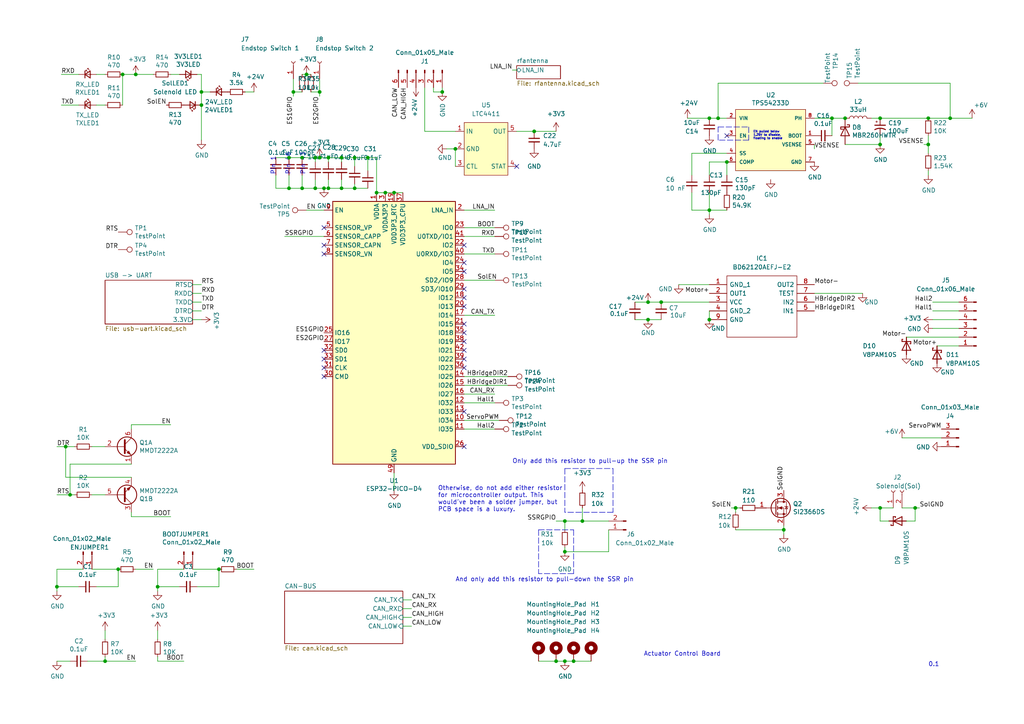
<source format=kicad_sch>
(kicad_sch (version 20211123) (generator eeschema)
  (paper "A4")
  (junction (at 132.08 43.18))
  (junction (at 39.37 21.59))
  (junction (at 265.43 147.32))
  (junction (at 95.25 45.72))
  (junction (at 255.27 34.29))
  (junction (at 275.59 34.29))
  (junction (at 241.3 34.29))
  (junction (at 187.96 87.63))
  (junction (at 58.42 30.48))
  (junction (at 20.32 143.51))
  (junction (at 63.5 165.1))
  (junction (at 58.42 26.67))
  (junction (at 269.24 41.91))
  (junction (at 34.29 165.1))
  (junction (at 245.11 34.29))
  (junction (at 30.48 191.77))
  (junction (at 91.44 45.72))
  (junction (at 205.74 60.96))
  (junction (at 88.9 21.59))
  (junction (at 255.27 41.91))
  (junction (at 187.96 92.71))
  (junction (at 163.83 160.02))
  (junction (at 99.06 45.72))
  (junction (at 205.74 92.71))
  (junction (at 205.74 34.29))
  (junction (at 269.24 34.29))
  (junction (at 255.27 147.32))
  (junction (at 95.25 54.61))
  (junction (at 114.3 55.88))
  (junction (at 102.87 45.72))
  (junction (at 87.63 45.72))
  (junction (at 91.44 54.61))
  (junction (at 93.98 54.61))
  (junction (at 45.72 170.18))
  (junction (at 87.63 54.61))
  (junction (at 35.56 21.59))
  (junction (at 163.83 151.13))
  (junction (at 168.91 151.13))
  (junction (at 106.68 45.72))
  (junction (at 154.94 38.1))
  (junction (at 227.33 153.67))
  (junction (at 83.82 45.72))
  (junction (at 166.37 191.77))
  (junction (at 102.87 54.61))
  (junction (at 16.51 170.18))
  (junction (at 92.71 26.67))
  (junction (at 92.71 45.72))
  (junction (at 109.22 55.88))
  (junction (at 19.05 129.54))
  (junction (at 83.82 54.61))
  (junction (at 163.83 191.77))
  (junction (at 161.29 191.77))
  (junction (at 191.77 87.63))
  (junction (at 85.09 26.67))
  (junction (at 128.27 26.67))
  (junction (at 111.76 55.88))
  (junction (at 99.06 54.61))
  (junction (at 213.36 147.32))
  (junction (at 208.28 34.29))
  (junction (at 210.82 46.99))
  (no_connect (at 134.62 78.74))
  (no_connect (at 134.62 83.82))
  (no_connect (at 134.62 119.38))
  (no_connect (at 134.62 99.06))
  (no_connect (at 134.62 96.52))
  (no_connect (at 93.98 66.04))
  (no_connect (at 210.82 39.37))
  (no_connect (at 93.98 104.14))
  (no_connect (at 134.62 76.2))
  (no_connect (at 134.62 93.98))
  (no_connect (at 134.62 129.54))
  (no_connect (at 134.62 88.9))
  (no_connect (at 134.62 71.12))
  (no_connect (at 93.98 106.68))
  (no_connect (at 134.62 86.36))
  (no_connect (at 93.98 109.22))
  (no_connect (at 93.98 101.6))
  (no_connect (at 93.98 71.12))
  (no_connect (at 93.98 73.66))
  (no_connect (at 134.62 104.14))
  (no_connect (at 149.86 48.26))
  (no_connect (at 134.62 101.6))
  (no_connect (at 134.62 106.68))
  (wire (pts (xy 91.44 54.61) (xy 93.98 54.61)))
  (wire (pts (xy 30.48 191.77) (xy 30.48 190.5)))
  (wire (pts (xy 168.91 151.13) (xy 176.53 151.13)))
  (wire (pts (xy 109.22 55.88) (xy 111.76 55.88)))
  (wire (pts (xy 106.68 45.72) (xy 109.22 45.72)))
  (wire (pts (xy 17.78 21.59) (xy 22.86 21.59)))
  (wire (pts (xy 200.66 60.96) (xy 205.74 60.96)))
  (wire (pts (xy 58.42 26.67) (xy 58.42 30.48)))
  (wire (pts (xy 63.5 170.18) (xy 63.5 165.1)))
  (wire (pts (xy 38.1 148.59) (xy 38.1 149.86)))
  (polyline (pts (xy 163.83 135.89) (xy 163.83 148.59)))
  (wire (pts (xy 261.62 147.32) (xy 265.43 147.32)))
  (wire (pts (xy 255.27 34.29) (xy 269.24 34.29)))
  (wire (pts (xy 60.96 26.67) (xy 58.42 26.67)))
  (wire (pts (xy 20.32 143.51) (xy 16.51 143.51)))
  (wire (pts (xy 16.51 191.77) (xy 20.32 191.77)))
  (wire (pts (xy 163.83 151.13) (xy 168.91 151.13)))
  (wire (pts (xy 241.3 39.37) (xy 241.3 34.29)))
  (wire (pts (xy 187.96 92.71) (xy 191.77 92.71)))
  (wire (pts (xy 116.84 173.99) (xy 119.38 173.99)))
  (wire (pts (xy 102.87 45.72) (xy 102.87 48.26)))
  (wire (pts (xy 128.27 25.4) (xy 128.27 26.67)))
  (wire (pts (xy 95.25 54.61) (xy 99.06 54.61)))
  (wire (pts (xy 210.82 46.99) (xy 210.82 50.8)))
  (wire (pts (xy 38.1 124.46) (xy 38.1 123.19)))
  (wire (pts (xy 45.72 165.1) (xy 53.34 165.1)))
  (wire (pts (xy 111.76 55.88) (xy 114.3 55.88)))
  (wire (pts (xy 125.73 26.67) (xy 128.27 26.67)))
  (wire (pts (xy 95.25 45.72) (xy 99.06 45.72)))
  (wire (pts (xy 149.86 20.32) (xy 148.59 20.32)))
  (wire (pts (xy 58.42 21.59) (xy 57.15 21.59)))
  (polyline (pts (xy 177.8 135.89) (xy 177.8 148.59)))
  (wire (pts (xy 269.24 34.29) (xy 275.59 34.29)))
  (wire (pts (xy 19.05 129.54) (xy 16.51 129.54)))
  (wire (pts (xy 55.88 82.55) (xy 58.42 82.55)))
  (wire (pts (xy 21.59 143.51) (xy 20.32 143.51)))
  (wire (pts (xy 205.74 46.99) (xy 205.74 50.8)))
  (wire (pts (xy 93.98 54.61) (xy 95.25 54.61)))
  (wire (pts (xy 278.13 87.63) (xy 270.51 87.63)))
  (wire (pts (xy 265.43 147.32) (xy 266.7 147.32)))
  (wire (pts (xy 278.13 97.79) (xy 262.89 97.79)))
  (wire (pts (xy 134.62 116.84) (xy 143.51 116.84)))
  (wire (pts (xy 82.55 68.58) (xy 93.98 68.58)))
  (wire (pts (xy 134.62 111.76) (xy 147.32 111.76)))
  (wire (pts (xy 161.29 191.77) (xy 156.21 191.77)))
  (wire (pts (xy 80.01 45.72) (xy 83.82 45.72)))
  (wire (pts (xy 16.51 170.18) (xy 16.51 171.45)))
  (wire (pts (xy 205.74 60.96) (xy 205.74 62.23)))
  (wire (pts (xy 55.88 87.63) (xy 58.42 87.63)))
  (wire (pts (xy 57.15 170.18) (xy 63.5 170.18)))
  (wire (pts (xy 73.66 165.1) (xy 68.58 165.1)))
  (wire (pts (xy 99.06 54.61) (xy 102.87 54.61)))
  (wire (pts (xy 83.82 45.72) (xy 87.63 45.72)))
  (wire (pts (xy 88.9 21.59) (xy 90.17 21.59)))
  (wire (pts (xy 27.94 30.48) (xy 30.48 30.48)))
  (wire (pts (xy 16.51 165.1) (xy 16.51 170.18)))
  (wire (pts (xy 134.62 60.96) (xy 143.51 60.96)))
  (wire (pts (xy 88.9 60.96) (xy 93.98 60.96)))
  (wire (pts (xy 134.62 109.22) (xy 147.32 109.22)))
  (wire (pts (xy 30.48 182.88) (xy 30.48 185.42)))
  (wire (pts (xy 20.32 134.62) (xy 38.1 134.62)))
  (wire (pts (xy 210.82 60.96) (xy 205.74 60.96)))
  (wire (pts (xy 210.82 44.45) (xy 200.66 44.45)))
  (wire (pts (xy 278.13 92.71) (xy 270.51 92.71)))
  (wire (pts (xy 196.85 82.55) (xy 205.74 82.55)))
  (wire (pts (xy 278.13 95.25) (xy 270.51 95.25)))
  (wire (pts (xy 99.06 52.07) (xy 99.06 54.61)))
  (wire (pts (xy 92.71 22.86) (xy 92.71 26.67)))
  (wire (pts (xy 267.97 41.91) (xy 269.24 41.91)))
  (wire (pts (xy 200.66 55.88) (xy 200.66 60.96)))
  (wire (pts (xy 227.33 152.4) (xy 227.33 153.67)))
  (polyline (pts (xy 217.17 40.64) (xy 208.28 40.64)))
  (wire (pts (xy 55.88 92.71) (xy 58.42 92.71)))
  (wire (pts (xy 163.83 160.02) (xy 163.83 158.75)))
  (wire (pts (xy 80.01 50.8) (xy 80.01 54.61)))
  (wire (pts (xy 265.43 151.13) (xy 265.43 147.32)))
  (wire (pts (xy 200.66 44.45) (xy 200.66 50.8)))
  (wire (pts (xy 19.05 138.43) (xy 38.1 138.43)))
  (polyline (pts (xy 156.21 153.67) (xy 156.21 166.37)))
  (wire (pts (xy 85.09 22.86) (xy 85.09 26.67)))
  (wire (pts (xy 163.83 160.02) (xy 176.53 160.02)))
  (polyline (pts (xy 177.8 148.59) (xy 163.83 148.59)))
  (wire (pts (xy 91.44 45.72) (xy 91.44 46.99)))
  (wire (pts (xy 161.29 151.13) (xy 163.83 151.13)))
  (wire (pts (xy 187.96 87.63) (xy 191.77 87.63)))
  (wire (pts (xy 269.24 39.37) (xy 269.24 41.91)))
  (wire (pts (xy 114.3 55.88) (xy 116.84 55.88)))
  (wire (pts (xy 92.71 27.94) (xy 92.71 26.67)))
  (wire (pts (xy 99.06 45.72) (xy 102.87 45.72)))
  (wire (pts (xy 22.86 170.18) (xy 16.51 170.18)))
  (wire (pts (xy 44.45 165.1) (xy 39.37 165.1)))
  (wire (pts (xy 134.62 68.58) (xy 143.51 68.58)))
  (wire (pts (xy 99.06 45.72) (xy 99.06 46.99)))
  (wire (pts (xy 132.08 43.18) (xy 132.08 48.26)))
  (wire (pts (xy 27.94 21.59) (xy 30.48 21.59)))
  (wire (pts (xy 255.27 39.37) (xy 255.27 41.91)))
  (wire (pts (xy 168.91 147.32) (xy 168.91 151.13)))
  (wire (pts (xy 90.17 26.67) (xy 92.71 26.67)))
  (wire (pts (xy 134.62 91.44) (xy 143.51 91.44)))
  (wire (pts (xy 275.59 34.29) (xy 281.94 34.29)))
  (wire (pts (xy 17.78 30.48) (xy 22.86 30.48)))
  (wire (pts (xy 52.07 170.18) (xy 45.72 170.18)))
  (wire (pts (xy 123.19 25.4) (xy 123.19 38.1)))
  (wire (pts (xy 154.94 38.1) (xy 161.29 38.1)))
  (wire (pts (xy 191.77 87.63) (xy 205.74 87.63)))
  (wire (pts (xy 213.36 153.67) (xy 227.33 153.67)))
  (wire (pts (xy 236.22 34.29) (xy 241.3 34.29)))
  (wire (pts (xy 92.71 45.72) (xy 95.25 45.72)))
  (wire (pts (xy 163.83 151.13) (xy 163.83 153.67)))
  (wire (pts (xy 255.27 151.13) (xy 257.81 151.13)))
  (wire (pts (xy 134.62 124.46) (xy 143.51 124.46)))
  (wire (pts (xy 171.45 191.77) (xy 166.37 191.77)))
  (polyline (pts (xy 166.37 166.37) (xy 156.21 166.37)))
  (wire (pts (xy 35.56 21.59) (xy 39.37 21.59)))
  (wire (pts (xy 102.87 45.72) (xy 106.68 45.72)))
  (wire (pts (xy 271.78 100.33) (xy 278.13 100.33)))
  (wire (pts (xy 134.62 81.28) (xy 143.51 81.28)))
  (wire (pts (xy 116.84 181.61) (xy 119.38 181.61)))
  (wire (pts (xy 87.63 54.61) (xy 91.44 54.61)))
  (wire (pts (xy 116.84 176.53) (xy 119.38 176.53)))
  (wire (pts (xy 21.59 129.54) (xy 19.05 129.54)))
  (wire (pts (xy 227.33 153.67) (xy 227.33 154.94)))
  (wire (pts (xy 262.89 151.13) (xy 265.43 151.13)))
  (wire (pts (xy 55.88 165.1) (xy 63.5 165.1)))
  (wire (pts (xy 125.73 25.4) (xy 125.73 26.67)))
  (wire (pts (xy 25.4 191.77) (xy 30.48 191.77)))
  (wire (pts (xy 166.37 191.77) (xy 163.83 191.77)))
  (wire (pts (xy 45.72 170.18) (xy 45.72 171.45)))
  (wire (pts (xy 45.72 191.77) (xy 45.72 190.5)))
  (wire (pts (xy 26.67 143.51) (xy 30.48 143.51)))
  (polyline (pts (xy 156.21 153.67) (xy 166.37 153.67)))
  (wire (pts (xy 49.53 21.59) (xy 52.07 21.59)))
  (wire (pts (xy 199.39 34.29) (xy 205.74 34.29)))
  (wire (pts (xy 245.11 41.91) (xy 255.27 41.91)))
  (polyline (pts (xy 208.28 40.64) (xy 208.28 36.83)))
  (wire (pts (xy 95.25 52.07) (xy 95.25 54.61)))
  (wire (pts (xy 252.73 34.29) (xy 255.27 34.29)))
  (wire (pts (xy 248.92 24.13) (xy 275.59 24.13)))
  (wire (pts (xy 106.68 45.72) (xy 106.68 49.53)))
  (wire (pts (xy 236.22 43.18) (xy 236.22 41.91)))
  (wire (pts (xy 275.59 24.13) (xy 275.59 34.29)))
  (wire (pts (xy 273.05 127) (xy 261.62 127)))
  (wire (pts (xy 58.42 21.59) (xy 58.42 26.67)))
  (wire (pts (xy 85.09 26.67) (xy 87.63 26.67)))
  (wire (pts (xy 87.63 21.59) (xy 88.9 21.59)))
  (wire (pts (xy 269.24 41.91) (xy 269.24 44.45)))
  (wire (pts (xy 208.28 34.29) (xy 208.28 24.13)))
  (wire (pts (xy 91.44 52.07) (xy 91.44 54.61)))
  (wire (pts (xy 184.15 92.71) (xy 187.96 92.71)))
  (wire (pts (xy 38.1 149.86) (xy 49.53 149.86)))
  (wire (pts (xy 80.01 54.61) (xy 83.82 54.61)))
  (wire (pts (xy 241.3 34.29) (xy 245.11 34.29)))
  (wire (pts (xy 149.86 38.1) (xy 154.94 38.1)))
  (wire (pts (xy 53.34 191.77) (xy 45.72 191.77)))
  (wire (pts (xy 212.09 147.32) (xy 213.36 147.32)))
  (polyline (pts (xy 166.37 153.67) (xy 166.37 166.37)))
  (wire (pts (xy 252.73 147.32) (xy 255.27 147.32)))
  (wire (pts (xy 102.87 54.61) (xy 106.68 54.61)))
  (wire (pts (xy 184.15 87.63) (xy 187.96 87.63)))
  (wire (pts (xy 55.88 90.17) (xy 58.42 90.17)))
  (wire (pts (xy 55.88 85.09) (xy 58.42 85.09)))
  (wire (pts (xy 83.82 50.8) (xy 83.82 54.61)))
  (wire (pts (xy 205.74 55.88) (xy 205.74 60.96)))
  (wire (pts (xy 213.36 148.59) (xy 213.36 147.32)))
  (wire (pts (xy 58.42 30.48) (xy 58.42 40.64)))
  (wire (pts (xy 30.48 129.54) (xy 26.67 129.54)))
  (wire (pts (xy 87.63 45.72) (xy 91.44 45.72)))
  (wire (pts (xy 213.36 147.32) (xy 214.63 147.32)))
  (wire (pts (xy 83.82 54.61) (xy 87.63 54.61)))
  (wire (pts (xy 123.19 38.1) (xy 132.08 38.1)))
  (wire (pts (xy 34.29 170.18) (xy 34.29 165.1)))
  (wire (pts (xy 176.53 160.02) (xy 176.53 153.67)))
  (wire (pts (xy 236.22 85.09) (xy 250.19 85.09)))
  (wire (pts (xy 38.1 123.19) (xy 49.53 123.19)))
  (wire (pts (xy 134.62 73.66) (xy 143.51 73.66)))
  (wire (pts (xy 269.24 49.53) (xy 269.24 50.8)))
  (polyline (pts (xy 208.28 36.83) (xy 217.17 36.83)))
  (polyline (pts (xy 163.83 135.89) (xy 177.8 135.89)))
  (wire (pts (xy 20.32 143.51) (xy 20.32 134.62)))
  (wire (pts (xy 39.37 21.59) (xy 44.45 21.59)))
  (wire (pts (xy 278.13 90.17) (xy 270.51 90.17)))
  (wire (pts (xy 87.63 50.8) (xy 87.63 54.61)))
  (wire (pts (xy 95.25 45.72) (xy 95.25 46.99)))
  (wire (pts (xy 134.62 66.04) (xy 143.51 66.04)))
  (wire (pts (xy 102.87 53.34) (xy 102.87 54.61)))
  (wire (pts (xy 30.48 191.77) (xy 39.37 191.77)))
  (wire (pts (xy 163.83 191.77) (xy 161.29 191.77)))
  (wire (pts (xy 116.84 179.07) (xy 119.38 179.07)))
  (wire (pts (xy 255.27 147.32) (xy 255.27 151.13)))
  (wire (pts (xy 129.54 43.18) (xy 132.08 43.18)))
  (wire (pts (xy 134.62 121.92) (xy 144.78 121.92)))
  (wire (pts (xy 134.62 114.3) (xy 143.51 114.3)))
  (wire (pts (xy 35.56 21.59) (xy 35.56 30.48)))
  (wire (pts (xy 208.28 24.13) (xy 238.76 24.13)))
  (wire (pts (xy 205.74 34.29) (xy 208.28 34.29)))
  (wire (pts (xy 73.66 26.67) (xy 71.12 26.67)))
  (wire (pts (xy 19.05 129.54) (xy 19.05 138.43)))
  (wire (pts (xy 255.27 147.32) (xy 259.08 147.32)))
  (wire (pts (xy 109.22 45.72) (xy 109.22 55.88)))
  (polyline (pts (xy 217.17 36.83) (xy 217.17 40.64)))
  (wire (pts (xy 85.09 27.94) (xy 85.09 26.67)))
  (wire (pts (xy 114.3 137.16) (xy 114.3 142.24)))
  (wire (pts (xy 205.74 92.71) (xy 205.74 90.17)))
  (wire (pts (xy 27.94 170.18) (xy 34.29 170.18)))
  (wire (pts (xy 45.72 165.1) (xy 45.72 170.18)))
  (wire (pts (xy 210.82 46.99) (xy 205.74 46.99)))
  (wire (pts (xy 208.28 34.29) (xy 210.82 34.29)))
  (wire (pts (xy 26.67 165.1) (xy 34.29 165.1)))
  (wire (pts (xy 45.72 182.88) (xy 45.72 185.42)))
  (wire (pts (xy 16.51 165.1) (xy 24.13 165.1)))
  (wire (pts (xy 91.44 45.72) (xy 92.71 45.72)))
  (text "Pin 1\n" (at 80.01 50.8 90) (effects (font (size 1.27 1.27)) (justify left bottom)))
  (text "Pin 46\n\n" (at 86.36 50.8 90) (effects (font (size 1.27 1.27)) (justify left bottom)))
  (text "Only add this resistor to pull-up the SSR pin\n" (at 148.59 134.62 0) (effects (font (size 1.27 1.27)) (justify left bottom)))
  (text "Otherwise, do not add either resistor \nfor microcontroller output. This \nwould've been a solder jumper, but\nPCB space is a luxury.\n" (at 127 148.59 0) (effects (font (size 1.27 1.27)) (justify left bottom)))
  (text "EN pulled below \n1.25V to disable, \nfloating to enable\n" (at 218.44 40.64 0) (effects (font (size 0.6096 0.6096)) (justify left bottom)))
  (text "Pin 43\n\n\n" (at 92.71 50.8 90) (effects (font (size 1.27 1.27)) (justify left bottom)))
  (text "And only add this resistor to pull-down the SSR pin\n" (at 132.08 168.91 0) (effects (font (size 1.27 1.27)) (justify left bottom)))
  (text "0.1\n\n" (at 269.24 195.58 0) (effects (font (size 1.27 1.27)) (justify left bottom)))
  (text "Actuator Control Board\n" (at 186.69 190.5 0) (effects (font (size 1.27 1.27)) (justify left bottom)))
  (label "DTR" (at 58.42 90.17 0))
  (label "HBridgeDIR2" (at 147.32 109.22 180))
  (label "RTS" (at 16.51 143.51 0))
  (label "SolEN" (at 212.09 147.32 180))
  (label "VSENSE" (at 236.22 43.18 0))
  (label "TXD" (at 143.51 73.66 180))
  (label "BOOT" (at 143.51 66.04 180))
  (label "Hall1" (at 270.51 90.17 180))
  (label "HBridgeDIR1" (at 236.22 90.17 0))
  (label "Motor+" (at 271.78 100.33 180))
  (label "HBridgeDIR2" (at 236.22 87.63 0))
  (label "CAN_HIGH" (at 119.38 179.07 0))
  (label "DTR" (at 34.29 72.39 180))
  (label "TXD" (at 58.42 87.63 0))
  (label "SolGND" (at 266.7 147.32 0))
  (label "CAN_TX" (at 143.51 91.44 180))
  (label "SolEN" (at 48.26 30.48 180))
  (label "HBridgeDIR1" (at 147.32 111.76 180))
  (label "BOOT" (at 53.34 191.77 180))
  (label "ES2GPIO" (at 92.71 27.94 270))
  (label "ServoPWM" (at 144.78 121.92 180))
  (label "Hall1" (at 143.51 116.84 180))
  (label "LNA_IN" (at 148.59 20.32 180))
  (label "CAN_LOW" (at 115.57 25.4 270))
  (label "CAN_RX" (at 143.51 114.3 180))
  (label "RTS" (at 58.42 82.55 0))
  (label "CAN_HIGH" (at 118.11 25.4 270))
  (label "CAN_TX" (at 119.38 173.99 0))
  (label "RXD" (at 58.42 85.09 0))
  (label "Motor-" (at 262.89 97.79 180))
  (label "DTR" (at 16.51 129.54 0))
  (label "SolEN" (at 138.43 81.28 0))
  (label "BOOT" (at 73.66 165.1 180))
  (label "ES1GPIO" (at 85.09 27.94 270))
  (label "Motor+" (at 205.74 85.09 180))
  (label "SSRGPIO" (at 161.29 151.13 180))
  (label "SSRGPIO" (at 82.55 68.58 0))
  (label "EN" (at 44.45 165.1 180))
  (label "ES1GPIO" (at 93.98 96.52 180))
  (label "RXD" (at 17.78 21.59 0))
  (label "ServoPWM" (at 273.05 124.46 180))
  (label "VSENSE" (at 267.97 41.91 180))
  (label "SolGND" (at 227.33 142.24 90))
  (label "LNA_IN" (at 143.51 60.96 180))
  (label "EN" (at 88.9 60.96 0))
  (label "EN" (at 49.53 123.19 180))
  (label "RXD" (at 143.51 68.58 180))
  (label "CAN_RX" (at 119.38 176.53 0))
  (label "RTS" (at 34.29 67.31 180))
  (label "CAN_LOW" (at 119.38 181.61 0))
  (label "ES2GPIO" (at 93.98 99.06 180))
  (label "Hall2" (at 143.51 124.46 180))
  (label "BOOT" (at 49.53 149.86 180))
  (label "Motor-" (at 236.22 82.55 0))
  (label "TXD" (at 17.78 30.48 0))
  (label "Hall2" (at 270.51 87.63 180))
  (label "EN" (at 39.37 191.77 180))
  (symbol (lib_id "power:GND") (at 114.3 142.24 0) (unit 1)
    (property "Reference" "#PWR021" (effects hide))
    (property "Value" "GND" (at 114.427 146.6342 0))
  )
  (symbol (lib_id "power:+3.3V") (at 30.48 182.88 0) (unit 1)
    (property "Reference" "#PWR06" (effects hide))
    (property "Value" "+3.3V" (at 30.861 178.4858 0))
  )
  (symbol (lib_id "Device:R_Small") (at 30.48 187.96 0) (unit 1)
    (property "Reference" "R7" (at 31.9786 186.7916 0) (effects (justify left)))
    (property "Value" "10K" (at 31.9786 189.103 0) (effects (justify left)))
    (property "Footprint" "Resistor_SMD:R_0603_1608Metric" (effects hide))
  )
  (symbol (lib_id "Device:C_Small") (at 22.86 191.77 270) (unit 1)
    (property "Reference" "C2" (at 22.86 185.9534 90))
    (property "Value" "0.1uF" (at 22.86 188.2648 90))
    (property "Footprint" "Capacitor_SMD:C_0603_1608Metric" (effects hide))
  )
  (symbol (lib_id "power:GND") (at 16.51 191.77 0) (unit 1)
    (property "Reference" "#PWR03" (effects hide))
    (property "Value" "GND" (at 16.637 196.1642 0))
  )
  (symbol (lib_id "power:+3.3V") (at 45.72 182.88 0) (unit 1)
    (property "Reference" "#PWR09" (effects hide))
    (property "Value" "+3.3V" (at 46.101 178.4858 0))
  )
  (symbol (lib_id "Device:R_Small") (at 45.72 187.96 0) (unit 1)
    (property "Reference" "R8" (at 47.2186 186.7916 0) (effects (justify left)))
    (property "Value" "10K" (at 47.2186 189.103 0) (effects (justify left)))
    (property "Footprint" "Resistor_SMD:R_0603_1608Metric" (effects hide))
  )
  (symbol (lib_id "power:GND") (at 45.72 171.45 0) (unit 1)
    (property "Reference" "#PWR07" (effects hide))
    (property "Value" "GND" (at 45.847 175.8442 0))
  )
  (symbol (lib_id "Device:C_Small") (at 54.61 170.18 270) (unit 1)
    (property "Reference" "C3" (at 54.61 164.3634 90))
    (property "Value" "0.1uF" (at 54.61 166.6748 90))
    (property "Footprint" "Capacitor_SMD:C_0603_1608Metric" (effects hide))
  )
  (symbol (lib_id "Device:R_Small") (at 66.04 165.1 270) (unit 1)
    (property "Reference" "R9" (at 66.04 160.1216 90))
    (property "Value" "470" (at 66.04 162.433 90))
    (property "Footprint" "Resistor_SMD:R_0603_1608Metric" (effects hide))
  )
  (symbol (lib_id "power:GND") (at 16.51 171.45 0) (unit 1)
    (property "Reference" "#PWR02" (effects hide))
    (property "Value" "GND" (at 16.637 175.8442 0))
  )
  (symbol (lib_id "Device:C_Small") (at 25.4 170.18 270) (unit 1)
    (property "Reference" "C1" (at 25.4 164.3634 90))
    (property "Value" "0.1uF" (at 25.4 166.6748 90))
    (property "Footprint" "Capacitor_SMD:C_0603_1608Metric" (effects hide))
  )
  (symbol (lib_id "Device:R_Small") (at 36.83 165.1 270) (unit 1)
    (property "Reference" "R5" (at 36.83 160.1216 90))
    (property "Value" "470" (at 36.83 162.433 90))
    (property "Footprint" "Resistor_SMD:R_0603_1608Metric" (effects hide))
  )
  (symbol (lib_id "Device:LED_Small") (at 25.4 30.48 0) (unit 1)
    (property "Reference" "TXLED1" (at 25.4 35.687 0))
    (property "Value" "TX_LED" (at 25.4 33.3756 0))
    (property "Footprint" "LED_SMD:LED_0603_1608Metric" (effects hide))
  )
  (symbol (lib_id "Device:LED_Small") (at 25.4 21.59 0) (unit 1)
    (property "Reference" "RXLED1" (at 25.4 26.797 0))
    (property "Value" "RX_LED" (at 25.4 24.4856 0))
    (property "Footprint" "LED_SMD:LED_0603_1608Metric" (effects hide))
  )
  (symbol (lib_id "Device:R_Small") (at 33.02 21.59 270) (unit 1)
    (property "Reference" "R10" (at 33.02 16.6116 90))
    (property "Value" "470" (at 33.02 18.923 90))
    (property "Footprint" "Resistor_SMD:R_0603_1608Metric" (effects hide))
  )
  (symbol (lib_id "Device:R_Small") (at 33.02 30.48 270) (unit 1)
    (property "Reference" "R11" (at 33.02 25.5016 90))
    (property "Value" "470" (at 33.02 27.813 90))
    (property "Footprint" "Resistor_SMD:R_0603_1608Metric" (effects hide))
  )
  (symbol (lib_id "power:GND") (at 58.42 40.64 0) (unit 1)
    (property "Reference" "#PWR012" (effects hide))
    (property "Value" "GND" (at 58.547 45.0342 0))
  )
  (symbol (lib_id "Device:R_Small") (at 24.13 129.54 270) (unit 1)
    (property "Reference" "R1" (at 24.13 124.5616 90))
    (property "Value" "10K" (at 24.13 126.873 90))
    (property "Footprint" "Resistor_SMD:R_0603_1608Metric" (effects hide))
  )
  (symbol (lib_id "Device:R_Small") (at 24.13 143.51 270) (unit 1)
    (property "Reference" "R2" (at 24.13 138.5316 90))
    (property "Value" "10K" (at 24.13 140.843 90))
    (property "Footprint" "Resistor_SMD:R_0603_1608Metric" (effects hide))
  )
  (symbol (lib_id "power:+3.3V") (at 39.37 21.59 0) (unit 1)
    (property "Reference" "#PWR011" (effects hide))
    (property "Value" "+3.3V" (at 39.751 17.1958 0))
  )
  (symbol (lib_id "Device:LED_Small") (at 54.61 21.59 180) (unit 1)
    (property "Reference" "3V3LED1" (at 54.61 16.383 0))
    (property "Value" "3V3LED" (at 54.61 18.6944 0))
    (property "Footprint" "LED_SMD:LED_0603_1608Metric" (effects hide))
  )
  (symbol (lib_id "Device:R_Small") (at 46.99 21.59 270) (unit 1)
    (property "Reference" "R14" (at 46.99 16.6116 90))
    (property "Value" "470" (at 46.99 18.923 90))
    (property "Footprint" "Resistor_SMD:R_0603_1608Metric" (effects hide))
  )
  (symbol (lib_id "Connector:Conn_01x02_Male") (at 26.67 160.02 270) (unit 1)
    (property "Reference" "ENJUMPER1" (at 20.32 158.75 90) (effects (justify left)))
    (property "Value" "Conn_01x02_Male" (at 15.24 156.21 90) (effects (justify left)))
    (property "Footprint" "Connector_PinHeader_2.54mm:PinHeader_1x02_P2.54mm_Vertical" (effects hide))
  )
  (symbol (lib_id "Connector:Conn_01x02_Male") (at 55.88 160.02 270) (unit 1)
    (property "Reference" "BOOTJUMPER1" (at 46.99 154.94 90) (effects (justify left)))
    (property "Value" "Conn_01x02_Male" (at 46.99 157.2514 90) (effects (justify left)))
    (property "Footprint" "Connector_PinHeader_2.54mm:PinHeader_1x02_P2.54mm_Vertical" (effects hide))
  )
  (symbol (lib_id "Transistor_BJT:MMDT2222A") (at 35.56 129.54 0) (unit 1)
    (property "Reference" "Q1" (at 40.386 128.3716 0) (effects (justify left)))
    (property "Value" "MMDT2222A" (at 40.386 130.683 0) (effects (justify left)))
    (property "Footprint" "Package_TO_SOT_SMD:SOT-363_SC-70-6" (effects hide))
    (property "Datasheet" "http://www.diodes.com/_files/datasheets/ds30125.pdf" (effects hide))
  )
  (symbol (lib_id "Transistor_BJT:MMDT2222A") (at 35.56 143.51 0) (mirror x) (unit 2)
    (property "Reference" "Q1" (at 40.386 144.6784 0) (effects (justify left)))
    (property "Value" "MMDT2222A" (at 40.386 142.367 0) (effects (justify left)))
    (property "Footprint" "Package_TO_SOT_SMD:SOT-363_SC-70-6" (effects hide))
    (property "Datasheet" "http://www.diodes.com/_files/datasheets/ds30125.pdf" (effects hide))
  )
  (symbol (lib_id "RF_Module:ESP32-PICO-D4") (at 114.3 96.52 0) (unit 1)
    (property "Reference" "U1" (at 114.3 139.4206 0))
    (property "Value" "ESP32-PICO-D4" (at 114.3 141.732 0))
    (property "Footprint" "Package_DFN_QFN:QFN-48-1EP_7x7mm_P0.5mm_EP5.3x5.3mm" (effects hide))
    (property "Datasheet" "https://www.espressif.com/sites/default/files/documentation/esp32-pico-d4_datasheet_en.pdf" (effects hide))
  )
  (symbol (lib_id "iclr:TPS54233D") (at 208.28 34.29 0) (unit 1)
    (property "Reference" "U2" (at 223.52 27.559 0))
    (property "Value" "TPS54233D" (at 223.52 29.8704 0))
    (property "Footprint" "iclr:SOIC127P599X175-8N" (effects hide))
    (property "Datasheet" "http://www.ti.com/general/docs/lit/getliterature.tsp?genericPartNumber=TPS54233&fileType=pdf" (effects hide))
    (property "Code  JEDEC" "MS-012AA" (effects hide))
    (property "Component Link 2 Description" "Package Specification" (effects hide))
    (property "Component Link 2 URL" "http://www.ti.com/litv/pdf/msoi002j" (effects hide))
    (property "Component Link 3 Description" "URL Link1" (effects hide))
    (property "Component Link 3 URL" "Samples URL:http://www.ti.com/product/tps54233#samples" (effects hide))
    (property "Datasheet Version" "SLUS859B" (effects hide))
    (property "Duty CycleMax" "90" (effects hide))
    (property "Iout Max A" "2" (effects hide))
    (property "Iq Typm A" "0.11" (effects hide))
    (property "Mounting Technology" "Surface Mount" (effects hide))
    (property "Package Description" "8-Pin Plastic Small Outline Integrated Circuit, 4.9 x 3.9 mm, Pitch 1.27 mm Pitch" (effects hide))
    (property "Package Version" "revM, Jun-2011" (effects hide))
    (property "Rating" "Catalog" (effects hide))
    (property "Regulated Outputs" "1" (effects hide))
    (property "Sub Family" "Step-Down Regulator" (effects hide))
    (property "Switch Current LimitTypA" "2.3" (effects hide))
    (property "Topology" "Buck" (effects hide))
    (property "Vin Max V" "28" (effects hide))
    (property "Vin Min V" "3.5" (effects hide))
    (property "Vout Max V" "25" (effects hide))
    (property "Vout Min V" "0.8" (effects hide))
    (property "category" "IC" (effects hide))
    (property "ciiva ids" "1489665" (effects hide))
    (property "library id" "57142109115245d6" (effects hide))
    (property "manufacturer" "Texas Instruments" (effects hide))
    (property "package" "D0008A" (effects hide))
    (property "release date" "1464593322" (effects hide))
    (property "rohs" "Yes" (effects hide))
    (property "vault revision" "4D6E46D7-D5EC-4CD6-8208-6BA05138FBDD" (effects hide))
    (property "imported" "yes" (effects hide))
  )
  (symbol (lib_id "power:GND") (at 236.22 46.99 0) (unit 1)
    (property "Reference" "#PWR0101" (effects hide))
    (property "Value" "GND" (at 236.347 51.3842 0))
  )
  (symbol (lib_id "Device:C_Small") (at 238.76 39.37 90) (unit 1)
    (property "Reference" "C16" (at 238.76 33.5534 90))
    (property "Value" "0.1uF" (at 238.76 35.8648 90))
    (property "Footprint" "Capacitor_SMD:C_0603_1608Metric" (effects hide))
  )
  (symbol (lib_id "Device:L") (at 248.92 34.29 90) (unit 1)
    (property "Reference" "L2" (at 248.92 29.464 90))
    (property "Value" "33uH" (at 248.92 31.7754 90))
    (property "Footprint" "iclr:IND_ETQP5M330YFM" (effects hide))
  )
  (symbol (lib_id "Connector:TestPoint") (at 34.29 72.39 270) (unit 1)
    (property "Reference" "TP4" (at 39.0652 71.2216 90) (effects (justify left)))
    (property "Value" "TestPoint" (at 39.0652 73.533 90) (effects (justify left)))
    (property "Footprint" "TestPoint:TestPoint_Pad_D1.0mm" (effects hide))
  )
  (symbol (lib_id "Connector:TestPoint") (at 34.29 67.31 270) (unit 1)
    (property "Reference" "TP1" (at 39.0652 66.1416 90) (effects (justify left)))
    (property "Value" "TestPoint" (at 39.0652 68.453 90) (effects (justify left)))
    (property "Footprint" "TestPoint:TestPoint_Pad_D1.0mm" (effects hide))
  )
  (symbol (lib_id "Device:CP1_Small") (at 255.27 36.83 0) (unit 1)
    (property "Reference" "C19" (at 257.5814 35.6616 0) (effects (justify left)))
    (property "Value" "100uF" (at 257.5814 37.973 0) (effects (justify left)))
    (property "Footprint" "Capacitor_SMD:CP_Elec_5x5.9" (effects hide))
  )
  (symbol (lib_id "power:GND") (at 255.27 41.91 0) (unit 1)
    (property "Reference" "#PWR0102" (effects hide))
    (property "Value" "GND" (at 255.397 46.3042 0))
  )
  (symbol (lib_id "Diode:B340") (at 245.11 38.1 270) (unit 1)
    (property "Reference" "D8" (at 247.142 36.9316 90) (effects (justify left)))
    (property "Value" "MBR260HWTR" (at 247.142 39.243 90) (effects (justify left)))
    (property "Footprint" "Diode_SMD:D_SOD-123" (effects hide))
    (property "Datasheet" "http://www.jameco.com/Jameco/Products/ProdDS/1538777.pdf" (effects hide))
  )
  (symbol (lib_id "power:GND") (at 205.74 39.37 0) (unit 1)
    (property "Reference" "#PWR0103" (effects hide))
    (property "Value" "GND" (at 205.867 43.7642 0))
  )
  (symbol (lib_id "power:+24V") (at 199.39 34.29 0) (unit 1)
    (property "Reference" "#PWR0104" (effects hide))
    (property "Value" "+24V" (at 199.771 29.8958 0))
  )
  (symbol (lib_id "Device:C_Small") (at 210.82 53.34 0) (unit 1)
    (property "Reference" "C15" (at 213.1568 52.1716 0) (effects (justify left)))
    (property "Value" "130pF" (at 213.1568 54.483 0) (effects (justify left)))
    (property "Footprint" "Capacitor_SMD:C_0603_1608Metric" (effects hide))
  )
  (symbol (lib_id "Device:R_Small") (at 210.82 58.42 0) (unit 1)
    (property "Reference" "R20" (at 212.3186 57.2516 0) (effects (justify left)))
    (property "Value" "54.9K" (at 212.3186 59.563 0) (effects (justify left)))
    (property "Footprint" "Resistor_SMD:R_0603_1608Metric" (effects hide))
  )
  (symbol (lib_id "Device:C_Small") (at 205.74 53.34 0) (unit 1)
    (property "Reference" "C13" (at 205.74 50.8 0) (effects (justify left)))
    (property "Value" "130pF" (at 203.2 55.88 0) (effects (justify left)))
    (property "Footprint" "Capacitor_SMD:C_0603_1608Metric" (effects hide))
  )
  (symbol (lib_id "Device:C_Small") (at 200.66 53.34 0) (unit 1)
    (property "Reference" "C6" (at 193.04 52.07 0) (effects (justify left)))
    (property "Value" "10 nF" (at 193.04 54.61 0) (effects (justify left)))
    (property "Footprint" "Capacitor_SMD:C_0603_1608Metric" (effects hide))
  )
  (symbol (lib_id "Device:R_Small") (at 269.24 36.83 0) (unit 1)
    (property "Reference" "R22" (at 270.7386 35.6616 0) (effects (justify left)))
    (property "Value" "10K" (at 270.7386 37.973 0) (effects (justify left)))
    (property "Footprint" "Resistor_SMD:R_0603_1608Metric" (effects hide))
  )
  (symbol (lib_id "Device:R_Small") (at 269.24 46.99 0) (unit 1)
    (property "Reference" "R23" (at 270.7386 45.8216 0) (effects (justify left)))
    (property "Value" "1.54K" (at 270.7386 48.133 0) (effects (justify left)))
    (property "Footprint" "Resistor_SMD:R_0603_1608Metric" (effects hide))
  )
  (symbol (lib_id "power:GND") (at 269.24 50.8 0) (unit 1)
    (property "Reference" "#PWR0105" (effects hide))
    (property "Value" "GND" (at 269.367 55.1942 0))
  )
  (symbol (lib_id "power:GND") (at 205.74 62.23 0) (unit 1)
    (property "Reference" "#PWR0106" (effects hide))
    (property "Value" "GND" (at 205.867 66.6242 0))
  )
  (symbol (lib_id "power:+6V") (at 281.94 34.29 0) (unit 1)
    (property "Reference" "#PWR0107" (effects hide))
    (property "Value" "+6V" (at 284.48 30.48 0))
  )
  (symbol (lib_id "power:+3.3V") (at 58.42 92.71 270) (unit 1)
    (property "Reference" "#PWR0108" (effects hide))
    (property "Value" "+3.3V" (at 62.8142 93.091 0))
  )
  (symbol (lib_id "Connector:Conn_01x03_Male") (at 278.13 127 180) (unit 1)
    (property "Reference" "J4" (at 275.59 120.65 0))
    (property "Value" "Conn_01x03_Male" (at 275.59 118.11 0))
    (property "Footprint" "Connector_Molex:Molex_Nano-Fit_105309-xx03_1x03_P2.50mm_Vertical" (effects hide))
  )
  (symbol (lib_id "power:+3.3V") (at 92.71 45.72 0) (unit 1)
    (property "Reference" "#PWR0110" (effects hide))
    (property "Value" "+3.3V" (at 93.091 41.3258 0))
  )
  (symbol (lib_id "power:GND") (at 273.05 129.54 270) (unit 1)
    (property "Reference" "#PWR0114" (effects hide))
    (property "Value" "GND" (at 269.7988 129.667 90) (effects (justify right)))
  )
  (symbol (lib_id "power:+6V") (at 261.62 127 0) (unit 1)
    (property "Reference" "#PWR0113" (effects hide))
    (property "Value" "+6V" (at 258.5553 125.1278 0))
  )
  (symbol (lib_id "power:+24V") (at 120.65 25.4 180) (unit 1)
    (property "Reference" "#PWR0139" (effects hide))
    (property "Value" "+24V" (at 120.269 28.6512 90) (effects (justify left)))
  )
  (symbol (lib_id "power:GND") (at 128.27 26.67 0) (unit 1)
    (property "Reference" "#PWR0138" (effects hide))
    (property "Value" "GND" (at 128.397 29.9212 90) (effects (justify right)))
  )
  (symbol (lib_id "Connector:Conn_01x06_Male") (at 123.19 20.32 270) (unit 1)
    (property "Reference" "J1" (at 123.19 17.78 90))
    (property "Value" "Conn_01x05_Male" (at 123.19 15.24 90))
    (property "Footprint" "Connector_Molex:Molex_Mini-Fit_Jr_5566-06A_2x03_P4.20mm_Vertical" (effects hide))
  )
  (symbol (lib_id "Connector:TestPoint") (at 143.51 73.66 270) (unit 1)
    (property "Reference" "TP11" (at 148.2852 72.4916 90) (effects (justify left)))
    (property "Value" "TestPoint" (at 148.2852 74.803 90) (effects (justify left)))
    (property "Footprint" "TestPoint:TestPoint_Pad_D1.0mm" (effects hide))
  )
  (symbol (lib_id "Connector:TestPoint") (at 143.51 68.58 270) (unit 1)
    (property "Reference" "TP10" (at 148.2852 67.4116 90) (effects (justify left)))
    (property "Value" "TestPoint" (at 148.2852 69.723 90) (effects (justify left)))
    (property "Footprint" "TestPoint:TestPoint_Pad_D1.0mm" (effects hide))
  )
  (symbol (lib_id "Connector:TestPoint") (at 143.51 66.04 270) (unit 1)
    (property "Reference" "TP9" (at 148.2852 64.8716 90) (effects (justify left)))
    (property "Value" "TestPoint" (at 148.2852 67.183 90) (effects (justify left)))
    (property "Footprint" "TestPoint:TestPoint_Pad_D1.0mm" (effects hide))
  )
  (symbol (lib_id "Connector:TestPoint") (at 88.9 60.96 90) (unit 1)
    (property "Reference" "TP5" (at 84.1248 62.1284 90) (effects (justify left)))
    (property "Value" "TestPoint" (at 84.1248 59.817 90) (effects (justify left)))
    (property "Footprint" "TestPoint:TestPoint_Pad_D1.0mm" (effects hide))
  )
  (symbol (lib_id "Device:LED_Small") (at 63.5 26.67 0) (unit 1)
    (property "Reference" "24VLED1" (at 63.5 31.877 0))
    (property "Value" "24V_LED" (at 63.5 29.5656 0))
    (property "Footprint" "LED_SMD:LED_0603_1608Metric" (effects hide))
  )
  (symbol (lib_id "Device:R_Small") (at 68.58 26.67 270) (unit 1)
    (property "Reference" "R4" (at 68.58 21.6916 90))
    (property "Value" "3.5k" (at 68.58 24.003 90))
    (property "Footprint" "Resistor_SMD:R_0603_1608Metric" (effects hide))
  )
  (symbol (lib_id "power:+24V") (at 73.66 26.67 0) (unit 1)
    (property "Reference" "#PWR0112" (effects hide))
    (property "Value" "+24V" (at 74.041 22.2758 0))
  )
  (symbol (lib_id "power:+24V") (at 252.73 147.32 90) (unit 1)
    (property "Reference" "#PWR0141" (effects hide))
    (property "Value" "+24V" (at 248.3358 146.939 0))
  )
  (symbol (lib_id "Device:R_Small") (at 217.17 147.32 270) (unit 1)
    (property "Reference" "R21" (at 215.2255 142.5576 90) (effects (justify left)))
    (property "Value" "110" (at 215.2255 145.0976 90) (effects (justify left)))
    (property "Footprint" "Resistor_SMD:R_0603_1608Metric" (effects hide))
  )
  (symbol (lib_id "Connector:Conn_01x02_Female") (at 259.08 142.24 90) (unit 1)
    (property "Reference" "J2" (at 259.08 138.43 90) (effects (justify right)))
    (property "Value" "Solenoid(Sol)" (at 254 140.97 90) (effects (justify right)))
    (property "Footprint" "Connector_Molex:Molex_Nano-Fit_105309-xx02_1x02_P2.50mm_Vertical" (effects hide))
  )
  (symbol (lib_id "Transistor_FET:DMN3404L") (at 224.79 147.32 0) (unit 1)
    (property "Reference" "Q2" (at 229.9716 146.1516 0) (effects (justify left)))
    (property "Value" "SI2366DS" (at 229.9716 148.463 0) (effects (justify left)))
    (property "Footprint" "Package_TO_SOT_SMD:SOT-23" (effects hide))
    (property "Datasheet" "http://www.diodes.com/assets/Datasheets/ds31787.pdf" (effects hide))
  )
  (symbol (lib_id "power:GND") (at 227.33 154.94 0) (unit 1)
    (property "Reference" "#PWR0142" (effects hide))
    (property "Value" "GND" (at 227.457 159.3342 0))
  )
  (symbol (lib_id "Connector:Conn_01x06_Male") (at 283.21 95.25 180) (unit 1)
    (property "Reference" "J5" (at 274.32 81.28 0))
    (property "Value" "Conn_01x06_Male" (at 274.32 83.82 0))
    (property "Footprint" "Connector_Molex:Molex_Nano-Fit_105309-xx06_1x06_P2.50mm_Vertical" (effects hide))
  )
  (symbol (lib_id "power:+3.3V") (at 270.51 92.71 90) (unit 1)
    (property "Reference" "#PWR0144" (effects hide))
    (property "Value" "+3.3V" (at 267.2588 92.329 90) (effects (justify left)))
  )
  (symbol (lib_id "power:GND") (at 270.51 95.25 270) (unit 1)
    (property "Reference" "#PWR0143" (effects hide))
    (property "Value" "GND" (at 267.2588 95.377 90) (effects (justify right)))
  )
  (symbol (lib_id "Connector:TestPoint") (at 147.32 109.22 270) (unit 1)
    (property "Reference" "TP16" (at 152.0952 108.0516 90) (effects (justify left)))
    (property "Value" "TestPoint" (at 152.0952 110.363 90) (effects (justify left)))
    (property "Footprint" "TestPoint:TestPoint_Pad_D1.0mm" (effects hide))
  )
  (symbol (lib_id "Connector:TestPoint") (at 147.32 111.76 270) (unit 1)
    (property "Reference" "TP24" (at 152.0952 110.5916 90) (effects (justify left)))
    (property "Value" "TestPoint" (at 152.0952 112.903 90) (effects (justify left)))
    (property "Footprint" "TestPoint:TestPoint_Pad_D1.0mm" (effects hide))
  )
  (symbol (lib_id "Device:LED_Small") (at 55.88 30.48 180) (unit 1)
    (property "Reference" "SolLED1" (at 50.8 24.13 0))
    (property "Value" "Solenoid LED" (at 50.8 26.67 0))
    (property "Footprint" "LED_SMD:LED_0603_1608Metric" (effects hide))
  )
  (symbol (lib_id "power:GND") (at 262.89 102.87 0) (unit 1)
    (property "Reference" "#PWR0135" (effects hide))
    (property "Value" "GND" (at 267.97 105.41 0) (effects (justify right)))
  )
  (symbol (lib_id "power:GND") (at 163.83 160.02 0) (unit 1)
    (property "Reference" "#PWR0153" (effects hide))
    (property "Value" "GND" (at 163.83 165.1 0))
  )
  (symbol (lib_id "Device:C_Small") (at 191.77 90.17 0) (unit 1)
    (property "Reference" "C7" (at 193.9991 89.3405 0) (effects (justify left)))
    (property "Value" "10uF" (at 194.31 91.44 0) (effects (justify left)))
    (property "Footprint" "Capacitor_SMD:C_1210_3225Metric" (effects hide))
  )
  (symbol (lib_id "Device:C_Small") (at 184.15 90.17 0) (unit 1)
    (property "Reference" "C17" (at 176.53 88.9 0) (effects (justify left)))
    (property "Value" "0.1uF" (at 176.8409 90.9995 0) (effects (justify left)))
    (property "Footprint" "Capacitor_SMD:C_0603_1608Metric" (effects hide))
  )
  (symbol (lib_id "Device:C_Small") (at 106.68 52.07 0) (unit 1)
    (property "Reference" "C31" (at 105.41 43.18 0) (effects (justify left)))
    (property "Value" "0.1uF" (at 105.41 45.72 0) (effects (justify left)))
    (property "Footprint" "Capacitor_SMD:C_0603_1608Metric" (effects hide))
  )
  (symbol (lib_id "power:GND") (at 187.96 92.71 0) (unit 1)
    (property "Reference" "#PWR0116" (effects hide))
    (property "Value" "GND" (at 187.96 96.52 0))
  )
  (symbol (lib_id "Device:C_Small") (at 99.06 49.53 0) (unit 1)
    (property "Reference" "C29" (at 96.7605 42.9473 0) (effects (justify left)))
    (property "Value" "0.1uF" (at 96.7605 45.4873 0) (effects (justify left)))
    (property "Footprint" "Capacitor_SMD:C_0603_1608Metric" (effects hide))
  )
  (symbol (lib_id "Device:R_Small") (at 163.83 156.21 0) (unit 1)
    (property "Reference" "R31" (at 158.75 154.94 0))
    (property "Value" "10k" (at 158.75 157.48 0))
    (property "Footprint" "Resistor_SMD:R_0603_1608Metric" (effects hide))
  )
  (symbol (lib_id "Connector:Conn_01x02_Male") (at 181.61 153.67 180) (unit 1)
    (property "Reference" "J6" (at 184.15 154.94 0) (effects (justify left)))
    (property "Value" "Conn_01x02_Male" (at 195.58 157.48 0) (effects (justify left)))
    (property "Footprint" "Connector_PinHeader_2.54mm:PinHeader_1x02_P2.54mm_Vertical" (effects hide))
  )
  (symbol (lib_id "Device:R_Small") (at 213.36 151.13 0) (unit 1)
    (property "Reference" "R12" (at 208.28 149.86 0) (effects (justify left)))
    (property "Value" "10k" (at 208.28 152.4 0) (effects (justify left)))
    (property "Footprint" "Resistor_SMD:R_0603_1608Metric" (effects hide))
  )
  (symbol (lib_id "power:+3.3V") (at 168.91 142.24 0) (unit 1)
    (property "Reference" "#PWR0152" (effects hide))
    (property "Value" "+3.3V" (at 168.91 137.16 0))
  )
  (symbol (lib_id "iclr:V8PAM10S") (at 262.89 100.33 90) (unit 1)
    (property "Reference" "D10" (at 250.19 100.33 90) (effects (justify right)))
    (property "Value" "V8PAM10S" (at 250.19 102.87 90) (effects (justify right)))
    (property "Footprint" "iclr:DIO_V3PAN50-M3_I" (effects hide))
    (property "STANDARD" "Manufacturer recommendations" (effects hide))
    (property "MANUFACTURER" "Vishay" (effects hide))
    (property "PARTREV" "20-Oct-16" (effects hide))
  )
  (symbol (lib_id "Device:C_Small") (at 80.01 48.26 0) (unit 1)
    (property "Reference" "C4" (at 77.7105 41.6773 0) (effects (justify left)))
    (property "Value" "0.1uF" (at 77.7105 44.2173 0) (effects (justify left)))
    (property "Footprint" "Capacitor_SMD:C_0603_1608Metric" (effects hide))
  )
  (symbol (lib_id "Mechanical:MountingHole_Pad") (at 161.29 189.23 0) (unit 1)
    (property "Reference" "H2" (at 173.99 177.8 0) (effects (justify right)))
    (property "Value" "MountingHole_Pad" (at 170.18 180.34 0) (effects (justify right)))
    (property "Footprint" "MountingHole:MountingHole_3.2mm_M3_DIN965_Pad" (effects hide))
  )
  (symbol (lib_id "power:+24V") (at 187.96 87.63 0) (unit 1)
    (property "Reference" "#PWR0118" (effects hide))
    (property "Value" "+24V" (at 184.15 86.36 0))
  )
  (symbol (lib_id "Device:R_Small") (at 90.17 24.13 0) (unit 1)
    (property "Reference" "R35" (at 88.9 22.86 0) (effects (justify left)))
    (property "Value" "10k" (at 88.9 25.4 0) (effects (justify left)))
    (property "Footprint" "Resistor_SMD:R_0603_1608Metric" (effects hide))
  )
  (symbol (lib_id "iclr:LTC4411") (at 140.97 33.02 0) (unit 1)
    (property "Reference" "U5" (at 140.97 30.48 0))
    (property "Value" "LTC4411" (at 140.97 33.02 0))
    (property "Footprint" "Package_TO_SOT_SMD:SOT-23-5" (effects hide))
  )
  (symbol (lib_id "power:GND") (at 154.94 43.18 0) (unit 1)
    (property "Reference" "#PWR0140" (effects hide))
    (property "Value" "GND" (at 154.94 48.26 0))
  )
  (symbol (lib_id "Mechanical:MountingHole_Pad") (at 171.45 189.23 0) (unit 1)
    (property "Reference" "H4" (at 173.99 182.88 0) (effects (justify right)))
    (property "Value" "MountingHole_Pad" (at 170.18 175.26 0) (effects (justify right)))
    (property "Footprint" "MountingHole:MountingHole_3.2mm_M3_DIN965_Pad" (effects hide))
  )
  (symbol (lib_id "Connector:Conn_01x01_Female") (at 92.71 17.78 90) (unit 1)
    (property "Reference" "J8" (at 91.44 11.4331 90) (effects (justify right)))
    (property "Value" "Endstop Switch 2" (at 91.44 13.97 90) (effects (justify right)))
    (property "Footprint" "TestPoint:TestPoint_Pad_D1.5mm" (effects hide))
  )
  (symbol (lib_id "Device:C_Small") (at 83.82 48.26 0) (unit 1)
    (property "Reference" "C5" (at 81.5205 41.6773 0) (effects (justify left)))
    (property "Value" "1uF" (at 81.5205 44.2173 0) (effects (justify left)))
    (property "Footprint" "Capacitor_SMD:C_0603_1608Metric" (effects hide))
  )
  (symbol (lib_id "power:GND") (at 223.52 52.07 0) (unit 1)
    (property "Reference" "#PWR0126" (effects hide))
    (property "Value" "GND" (at 223.647 56.4642 0))
  )
  (symbol (lib_id "Connector:TestPoint") (at 238.76 24.13 270) (unit 1)
    (property "Reference" "TP14" (at 242.3414 15.24 0) (effects (justify left)))
    (property "Value" "TestPoint" (at 240.03 15.24 0) (effects (justify left)))
    (property "Footprint" "TestPoint:TestPoint_Pad_D2.0mm" (effects hide))
  )
  (symbol (lib_id "power:GND") (at 129.54 43.18 270) (unit 1)
    (property "Reference" "#PWR0148" (effects hide))
    (property "Value" "GND" (at 127 45.72 90) (effects (justify left)))
  )
  (symbol (lib_id "Device:C_Small") (at 154.94 40.64 0) (unit 1)
    (property "Reference" "C22" (at 157.48 39.3762 0) (effects (justify left)))
    (property "Value" "4.7uF" (at 157.48 41.9162 0) (effects (justify left)))
    (property "Footprint" "Capacitor_SMD:C_0603_1608Metric" (effects hide))
  )
  (symbol (lib_id "Connector:Conn_01x01_Female") (at 85.09 17.78 90) (unit 1)
    (property "Reference" "J7" (at 69.85 11.4331 90) (effects (justify right)))
    (property "Value" "Endstop Switch 1" (at 69.85 13.97 90) (effects (justify right)))
    (property "Footprint" "TestPoint:TestPoint_Pad_D1.5mm" (effects hide))
  )
  (symbol (lib_id "power:GND") (at 205.74 92.71 0) (unit 1)
    (property "Reference" "#PWR0134" (effects hide))
    (property "Value" "GND" (at 208.28 95.25 0))
  )
  (symbol (lib_id "Device:R_Small") (at 87.63 24.13 0) (unit 1)
    (property "Reference" "R34" (at 86.36 22.86 0) (effects (justify left)))
    (property "Value" "10k" (at 86.36 25.4 0) (effects (justify left)))
    (property "Footprint" "Resistor_SMD:R_0603_1608Metric" (effects hide))
  )
  (symbol (lib_id "Device:C_Small") (at 102.87 50.8 0) (unit 1)
    (property "Reference" "C30" (at 100.33 43.18 0) (effects (justify left)))
    (property "Value" "0.1uF" (at 100.33 45.72 0) (effects (justify left)))
    (property "Footprint" "Capacitor_SMD:C_0603_1608Metric" (effects hide))
  )
  (symbol (lib_id "Device:R_Small") (at 50.8 30.48 270) (unit 1)
    (property "Reference" "R13" (at 50.8 33.2486 90))
    (property "Value" "470" (at 50.8 35.56 90))
    (property "Footprint" "Resistor_SMD:R_0603_1608Metric" (effects hide))
  )
  (symbol (lib_id "power:GND") (at 196.85 82.55 0) (unit 1)
    (property "Reference" "#PWR0117" (effects hide))
    (property "Value" "GND" (at 193.04 83.82 0))
  )
  (symbol (lib_id "power:+3.3V") (at 88.9 21.59 0) (unit 1)
    (property "Reference" "#PWR0154" (effects hide))
    (property "Value" "+3.3V" (at 89.281 17.1958 0))
  )
  (symbol (lib_id "Device:C_Small") (at 205.74 36.83 0) (unit 1)
    (property "Reference" "C14" (at 200.66 38.1 0))
    (property "Value" "10uF" (at 200.66 35.56 0))
    (property "Footprint" "Capacitor_SMD:C_1210_3225Metric" (effects hide))
  )
  (symbol (lib_id "iclr:V8PAM10S") (at 260.35 151.13 180) (unit 1)
    (property "Reference" "D9" (at 260.35 163.83 90) (effects (justify right)))
    (property "Value" "V8PAM10S" (at 262.89 163.83 90) (effects (justify right)))
    (property "Footprint" "iclr:DIO_V3PAN50-M3_I" (effects hide))
    (property "STANDARD" "Manufacturer recommendations" (effects hide))
    (property "MANUFACTURER" "Vishay" (effects hide))
    (property "PARTREV" "20-Oct-16" (effects hide))
  )
  (symbol (lib_id "Mechanical:MountingHole_Pad") (at 156.21 189.23 0) (unit 1)
    (property "Reference" "H1" (at 173.99 175.26 0) (effects (justify right)))
    (property "Value" "MountingHole_Pad" (at 170.18 182.88 0) (effects (justify right)))
    (property "Footprint" "MountingHole:MountingHole_3.2mm_M3_DIN965_Pad" (effects hide))
  )
  (symbol (lib_id "Device:C_Small") (at 87.63 48.26 0) (unit 1)
    (property "Reference" "C26" (at 85.3305 41.6773 0) (effects (justify left)))
    (property "Value" "100pF" (at 85.3305 44.2173 0) (effects (justify left)))
    (property "Footprint" "Capacitor_SMD:C_0603_1608Metric" (effects hide))
  )
  (symbol (lib_id "iclr:BD62120AEFJ-E2") (at 205.74 82.55 0) (unit 1)
    (property "Reference" "IC1" (at 220.98 74.93 0))
    (property "Value" "BD62120AEFJ-E2" (at 220.98 77.47 0))
    (property "Footprint" "iclr:SOIC127P600X100-9N" (effects hide))
    (property "Datasheet" "https://mouser.componentsearchengine.com/Datasheets/1/BD62120AEFJ-E2.pdf" (effects hide))
    (property "Description" "ROHM BD62120AEFJ-E2 Motor Driver IC 8-Pin, HTSOP-J" (effects hide))
    (property "Height" "1" (effects hide))
    (property "Manufacturer_Name" "ROHM Semiconductor" (effects hide))
    (property "Manufacturer_Part_Number" "BD62120AEFJ-E2" (effects hide))
    (property "Mouser Part Number" "755-BD62120AEFJ-E2" (effects hide))
    (property "Mouser Price/Stock" "https://www.mouser.co.uk/ProductDetail/ROHM-Semiconductor/BD62120AEFJ-E2?qs=W0yvOO0ixfE4ng62t9GYFg%3D%3D" (effects hide))
  )
  (symbol (lib_id "power:GND") (at 250.19 85.09 0) (unit 1)
    (property "Reference" "#PWR01" (effects hide))
    (property "Value" "GND" (at 252.73 87.63 0))
  )
  (symbol (lib_id "Connector:TestPoint") (at 143.51 124.46 270) (unit 1)
    (property "Reference" "TP2" (at 148.2852 123.2916 90) (effects (justify left)))
    (property "Value" "TestPoint" (at 148.2852 125.603 90) (effects (justify left)))
    (property "Footprint" "TestPoint:TestPoint_Pad_D1.0mm" (effects hide))
  )
  (symbol (lib_id "Connector:TestPoint") (at 248.92 24.13 90) (unit 1)
    (property "Reference" "TP15" (at 246.38 22.86 0) (effects (justify left)))
    (property "Value" "TestPoint" (at 248.6914 22.86 0) (effects (justify left)))
    (property "Footprint" "TestPoint:TestPoint_Pad_D2.0mm" (effects hide))
  )
  (symbol (lib_id "power:GND") (at 271.78 105.41 0) (unit 1)
    (property "Reference" "#PWR0136" (effects hide))
    (property "Value" "GND" (at 276.86 107.95 0) (effects (justify right)))
  )
  (symbol (lib_id "iclr:V8PAM10S") (at 271.78 102.87 90) (unit 1)
    (property "Reference" "D11" (at 274.32 102.87 90) (effects (justify right)))
    (property "Value" "V8PAM10S" (at 274.32 105.41 90) (effects (justify right)))
    (property "Footprint" "iclr:DIO_V3PAN50-M3_I" (effects hide))
    (property "STANDARD" "Manufacturer recommendations" (effects hide))
    (property "MANUFACTURER" "Vishay" (effects hide))
    (property "PARTREV" "20-Oct-16" (effects hide))
  )
  (symbol (lib_id "Device:C_Small") (at 91.44 49.53 0) (unit 1)
    (property "Reference" "C27" (at 89.1405 42.9473 0) (effects (justify left)))
    (property "Value" "10uF" (at 89.1405 45.4873 0) (effects (justify left)))
    (property "Footprint" "Capacitor_SMD:C_0603_1608Metric" (effects hide))
  )
  (symbol (lib_id "Mechanical:MountingHole_Pad") (at 166.37 189.23 0) (unit 1)
    (property "Reference" "H3" (at 173.99 180.34 0) (effects (justify right)))
    (property "Value" "MountingHole_Pad" (at 170.18 177.8 0) (effects (justify right)))
    (property "Footprint" "MountingHole:MountingHole_3.2mm_M3_DIN965_Pad" (effects hide))
  )
  (symbol (lib_id "Device:R_Small") (at 168.91 144.78 0) (unit 1)
    (property "Reference" "R32" (at 171.45 143.5099 0) (effects (justify left)))
    (property "Value" "10k" (at 171.45 146.0499 0) (effects (justify left)))
    (property "Footprint" "Resistor_SMD:R_0603_1608Metric" (effects hide))
  )
  (symbol (lib_id "Connector:TestPoint") (at 143.51 116.84 270) (unit 1)
    (property "Reference" "TP3" (at 148.2852 115.6716 90) (effects (justify left)))
    (property "Value" "TestPoint" (at 148.2852 117.983 90) (effects (justify left)))
    (property "Footprint" "TestPoint:TestPoint_Pad_D1.0mm" (effects hide))
  )
  (symbol (lib_id "power:GND") (at 93.98 54.61 0) (unit 1)
    (property "Reference" "#PWR0109" (effects hide))
    (property "Value" "GND" (at 93.98 59.69 0))
  )
  (symbol (lib_id "power:+3.3V") (at 161.29 38.1 0) (unit 1)
    (property "Reference" "#PWR0147" (effects hide))
    (property "Value" "+3.3V" (at 161.29 33.02 0))
  )
  (symbol (lib_id "power:GND") (at 163.83 191.77 0) (unit 1)
    (property "Reference" "#PWR0123" (effects hide))
    (property "Value" "GND" (at 163.957 196.1642 0))
  )
  (symbol (lib_id "Connector:TestPoint") (at 143.51 81.28 270) (unit 1)
    (property "Reference" "TP13" (at 148.2852 80.1116 90) (effects (justify left)))
    (property "Value" "TestPoint" (at 148.2852 82.423 90) (effects (justify left)))
    (property "Footprint" "TestPoint:TestPoint_Pad_D1.0mm" (effects hide))
  )
  (symbol (lib_id "Connector:TestPoint") (at 144.78 121.92 270) (unit 1)
    (property "Reference" "TP12" (at 149.5552 120.7516 90) (effects (justify left)))
    (property "Value" "TestPoint" (at 149.5552 123.063 90) (effects (justify left)))
    (property "Footprint" "TestPoint:TestPoint_Pad_D1.0mm" (effects hide))
  )
  (symbol (lib_id "Device:C_Small") (at 95.25 49.53 0) (unit 1)
    (property "Reference" "C28" (at 93.486 42.7423 0) (effects (justify left)))
    (property "Value" "1uF" (at 93.486 45.2823 0) (effects (justify left)))
    (property "Footprint" "Capacitor_SMD:C_0603_1608Metric" (effects hide))
  )
  (sheet (at 30.48 81.28) (size 25.4 12.7)
    (property "Sheet name" "USB -> UART" (at 30.48 80.5684 0) (effects (justify left bottom)))
    (property "Sheet file" "usb-uart.kicad_sch" (at 30.48 94.5646 0) (effects (justify left top)))
    (pin "RTS" output (at 55.88 82.55 0))
    (pin "RXD" output (at 55.88 85.09 0))
    (pin "TXD" output (at 55.88 87.63 0))
    (pin "DTR" output (at 55.88 90.17 0))
    (pin "3.3V" output (at 55.88 92.71 0))
  )
  (sheet (at 82.55 171.45) (size 34.29 15.24)
    (property "Sheet name" "CAN-BUS" (at 82.55 170.7384 0) (effects (justify left bottom)))
    (property "Sheet file" "can.kicad_sch" (at 82.55 187.2746 0) (effects (justify left top)))
    (pin "CAN_TX" input (at 116.84 173.99 0))
    (pin "CAN_RX" output (at 116.84 176.53 0))
    (pin "CAN_HIGH" input (at 116.84 179.07 0))
    (pin "CAN_LOW" input (at 116.84 181.61 0))
  )
  (sheet (at 149.86 19.05) (size 12.7 3.81)
    (property "Sheet name" "rfantenna" (at 149.86 18.3384 0) (effects (justify left bottom)))
    (property "Sheet file" "rfantenna.kicad_sch" (at 149.86 23.4446 0) (effects (justify left top)))
    (pin "LNA_IN" bidirectional (at 149.86 20.32 180))
  )
)
</source>
